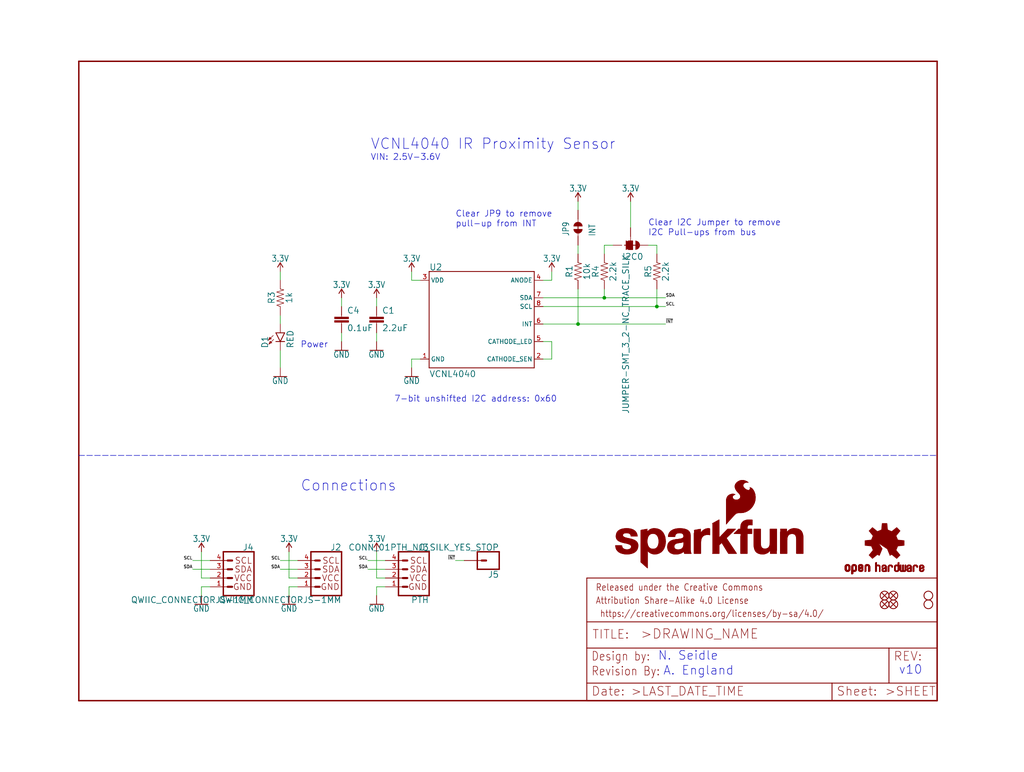
<source format=kicad_sch>
(kicad_sch (version 20211123) (generator eeschema)
  (paper "User" 297.002 223.926)
  (lib_symbols
    (symbol "eagleSchem-eagle-import:0.1UF-0603-25V-(+80{slash}-20%)"
      (property "Reference" "C" (at 1.524 2.921 0))
      (property "Value" "0.1UF-0603-25V-(+80{slash}-20%)" (at 1.524 -2.159 0))
      (symbol "0.1UF-0603-25V-(+80{slash}-20%)_1_0"
        (pin passive line (at 0 5.08 270) (length 2.54) (name "1") (number "1"))
        (pin passive line (at 0 -2.54 90) (length 2.54) (name "2") (number "2"))
      )
    )
    (symbol "eagleSchem-eagle-import:10KOHM-0603-1{slash}10W-1%"
      (property "Reference" "R" (at 0 1.524 0))
      (property "Value" "10KOHM-0603-1{slash}10W-1%" (at 0 -1.524 0))
      (symbol "10KOHM-0603-1{slash}10W-1%_1_0"
        (pin passive line (at -5.08 0 0) (length 2.54) (name "1") (number "1"))
        (pin passive line (at 5.08 0 180) (length 2.54) (name "2") (number "2"))
      )
    )
    (symbol "eagleSchem-eagle-import:1KOHM-0603-1{slash}10W-1%"
      (property "Reference" "R" (at 0 1.524 0))
      (property "Value" "1KOHM-0603-1{slash}10W-1%" (at 0 -1.524 0))
      (symbol "1KOHM-0603-1{slash}10W-1%_1_0"
        (pin passive line (at -5.08 0 0) (length 2.54) (name "1") (number "1"))
        (pin passive line (at 5.08 0 180) (length 2.54) (name "2") (number "2"))
      )
    )
    (symbol "eagleSchem-eagle-import:2.2KOHM-0603-1{slash}10W-1%"
      (property "Reference" "R" (at 0 1.524 0))
      (property "Value" "2.2KOHM-0603-1{slash}10W-1%" (at 0 -1.524 0))
      (symbol "2.2KOHM-0603-1{slash}10W-1%_1_0"
        (pin passive line (at -5.08 0 0) (length 2.54) (name "1") (number "1"))
        (pin passive line (at 5.08 0 180) (length 2.54) (name "2") (number "2"))
      )
    )
    (symbol "eagleSchem-eagle-import:2.2UF-0603-10V-20%"
      (property "Reference" "C" (at 1.524 2.921 0))
      (property "Value" "2.2UF-0603-10V-20%" (at 1.524 -2.159 0))
      (symbol "2.2UF-0603-10V-20%_1_0"
        (pin passive line (at 0 5.08 270) (length 2.54) (name "1") (number "1"))
        (pin passive line (at 0 -2.54 90) (length 2.54) (name "2") (number "2"))
      )
    )
    (symbol "eagleSchem-eagle-import:3.3V" (power)
      (property "Value" "3.3V" (at 0 2.794 0))
      (symbol "3.3V_1_0"
        (pin power_in line (at 0 0 90) (length 2.54) (name "3.3V") (number "1"))
      )
    )
    (symbol "eagleSchem-eagle-import:CONN_01PTH_NO_SILK_YES_STOP"
      (property "Reference" "J" (at -2.54 3.048 0))
      (property "Value" "CONN_01PTH_NO_SILK_YES_STOP" (at -2.54 -4.826 0))
      (symbol "CONN_01PTH_NO_SILK_YES_STOP_1_0"
        (pin passive line (at 7.62 0 180) (length 5.08) (name "1") (number "1"))
      )
    )
    (symbol "eagleSchem-eagle-import:FIDUCIALUFIDUCIAL")
    (symbol "eagleSchem-eagle-import:FRAME-LETTER"
      (symbol "FRAME-LETTER_2_0"
        (text " https://creativecommons.org/licenses/by-sa/4.0/" (at 2.54 24.13 0) (effects (font (size 1.9304 1.6408)) (justify left bottom)))
        (text ">DRAWING_NAME" (at 15.494 17.78 0) (effects (font (size 2.7432 2.7432)) (justify left bottom)))
        (text ">LAST_DATE_TIME" (at 12.7 1.27 0) (effects (font (size 2.54 2.54)) (justify left bottom)))
        (text ">SHEET" (at 86.36 1.27 0) (effects (font (size 2.54 2.54)) (justify left bottom)))
        (text "Attribution Share-Alike 4.0 License" (at 2.54 27.94 0) (effects (font (size 1.9304 1.6408)) (justify left bottom)))
        (text "Date:" (at 1.27 1.27 0) (effects (font (size 2.54 2.54)) (justify left bottom)))
        (text "Design by:" (at 1.27 11.43 0) (effects (font (size 2.54 2.159)) (justify left bottom)))
        (text "Released under the Creative Commons" (at 2.54 31.75 0) (effects (font (size 1.9304 1.6408)) (justify left bottom)))
        (text "REV:" (at 88.9 11.43 0) (effects (font (size 2.54 2.54)) (justify left bottom)))
        (text "Sheet:" (at 72.39 1.27 0) (effects (font (size 2.54 2.54)) (justify left bottom)))
        (text "TITLE:" (at 1.524 17.78 0) (effects (font (size 2.54 2.54)) (justify left bottom)))
      )
    )
    (symbol "eagleSchem-eagle-import:GND" (power)
      (property "Value" "GND" (at 0 -0.254 0))
      (symbol "GND_1_0"
        (pin power_in line (at 0 2.54 270) (length 2.54) (name "GND") (number "1"))
      )
    )
    (symbol "eagleSchem-eagle-import:I2C_STANDARD_NO_SILK"
      (property "Reference" "J" (at -5.08 7.874 0))
      (property "Value" "I2C_STANDARD_NO_SILK" (at -5.08 -5.334 0))
      (symbol "I2C_STANDARD_NO_SILK_1_0"
        (text "GND" (at -4.572 -2.54 0) (effects (font (size 1.778 1.778)) (justify left)))
        (text "SCL" (at -4.572 5.08 0) (effects (font (size 1.778 1.778)) (justify left)))
        (text "SDA" (at -4.572 2.54 0) (effects (font (size 1.778 1.778)) (justify left)))
        (text "VCC" (at -4.572 0 0) (effects (font (size 1.778 1.778)) (justify left)))
        (pin power_in line (at 7.62 -2.54 180) (length 5.08) (name "GND") (number "1"))
        (pin power_in line (at 7.62 0 180) (length 5.08) (name "VCC") (number "2"))
        (pin passive line (at 7.62 2.54 180) (length 5.08) (name "SDA") (number "3"))
        (pin passive line (at 7.62 5.08 180) (length 5.08) (name "SCL") (number "4"))
      )
    )
    (symbol "eagleSchem-eagle-import:JUMPER-PAD-2-NC_BY_TRACE"
      (property "Reference" "JP" (at -2.54 2.54 0))
      (property "Value" "JUMPER-PAD-2-NC_BY_TRACE" (at -2.54 -5.08 0))
      (symbol "JUMPER-PAD-2-NC_BY_TRACE_1_0"
        (pin passive line (at -5.08 0 0) (length 2.54) (name "1") (number "1"))
        (pin passive line (at 5.08 0 180) (length 2.54) (name "2") (number "2"))
      )
    )
    (symbol "eagleSchem-eagle-import:JUMPER-SMT_3_2-NC_TRACE_SILK"
      (property "Reference" "JP" (at 2.54 0.381 0))
      (property "Value" "JUMPER-SMT_3_2-NC_TRACE_SILK" (at 2.54 -0.381 0))
      (symbol "JUMPER-SMT_3_2-NC_TRACE_SILK_1_0"
        (pin passive line (at 0 5.08 270) (length 2.54) (name "1") (number "1"))
        (pin passive line (at -5.08 0 0) (length 2.54) (name "2") (number "2"))
        (pin passive line (at 0 -5.08 90) (length 2.54) (name "3") (number "3"))
      )
    )
    (symbol "eagleSchem-eagle-import:LED-RED0603"
      (property "Reference" "D" (at -3.429 -4.572 90))
      (property "Value" "LED-RED0603" (at 1.905 -4.572 90))
      (symbol "LED-RED0603_1_0"
        (pin passive line (at 0 2.54 270) (length 2.54) (name "A") (number "A"))
        (pin passive line (at 0 -5.08 90) (length 2.54) (name "C") (number "C"))
      )
    )
    (symbol "eagleSchem-eagle-import:OSHW-LOGOMINI")
    (symbol "eagleSchem-eagle-import:QWIIC_CONNECTORJS-1MM"
      (property "Reference" "J" (at -5.08 7.874 0))
      (property "Value" "QWIIC_CONNECTORJS-1MM" (at -5.08 -5.334 0))
      (symbol "QWIIC_CONNECTORJS-1MM_1_0"
        (text "GND" (at -4.572 -2.54 0) (effects (font (size 1.778 1.778)) (justify left)))
        (text "SCL" (at -4.572 5.08 0) (effects (font (size 1.778 1.778)) (justify left)))
        (text "SDA" (at -4.572 2.54 0) (effects (font (size 1.778 1.778)) (justify left)))
        (text "VCC" (at -4.572 0 0) (effects (font (size 1.778 1.778)) (justify left)))
        (pin power_in line (at 7.62 -2.54 180) (length 5.08) (name "1") (number "1"))
        (pin power_in line (at 7.62 0 180) (length 5.08) (name "2") (number "2"))
        (pin passive line (at 7.62 2.54 180) (length 5.08) (name "3") (number "3"))
        (pin passive line (at 7.62 5.08 180) (length 5.08) (name "4") (number "4"))
      )
    )
    (symbol "eagleSchem-eagle-import:REVISION"
      (symbol "REVISION_1_0"
        (text "Revision By: " (at 0 0 0) (effects (font (size 2.54 2.159)) (justify left bottom)))
      )
    )
    (symbol "eagleSchem-eagle-import:SFE_LOGO_NAME_FLAME.1_INCH")
    (symbol "eagleSchem-eagle-import:STAND-OFF")
    (symbol "eagleSchem-eagle-import:VCNL4040"
      (property "Reference" "U" (at -15.24 12.954 0))
      (property "Value" "VCNL4040" (at -15.24 -18.034 0))
      (symbol "VCNL4040_1_0"
        (pin bidirectional line (at -17.78 -12.7 0) (length 2.54) (name "GND") (number "1"))
        (pin bidirectional line (at 17.78 -12.7 180) (length 2.54) (name "CATHODE_SEN") (number "2"))
        (pin bidirectional line (at -17.78 10.16 0) (length 2.54) (name "VDD") (number "3"))
        (pin bidirectional line (at 17.78 10.16 180) (length 2.54) (name "ANODE") (number "4"))
        (pin bidirectional line (at 17.78 -7.62 180) (length 2.54) (name "CATHODE_LED") (number "5"))
        (pin bidirectional line (at 17.78 -2.54 180) (length 2.54) (name "INT") (number "6"))
        (pin bidirectional line (at 17.78 5.08 180) (length 2.54) (name "SDA") (number "7"))
        (pin bidirectional line (at 17.78 2.54 180) (length 2.54) (name "SCL") (number "8"))
      )
    )
  )
  (junction (at 167.64 93.98))
  (junction (at 175.26 86.36))
  (junction (at 190.5 88.9))
  (wire (pts (xy 167.64 83.82) (xy 167.64 93.98)))
  (wire (pts (xy 111.76 165.1) (xy 106.68 165.1)))
  (wire (pts (xy 86.36 170.18) (xy 83.82 170.18)))
  (wire (pts (xy 167.64 93.98) (xy 193.04 93.98)))
  (wire (pts (xy 111.76 167.64) (xy 109.22 167.64)))
  (wire (pts (xy 99.06 88.9) (xy 99.06 86.36)))
  (wire (pts (xy 58.42 167.64) (xy 58.42 160.02)))
  (wire (pts (xy 121.92 81.28) (xy 119.38 81.28)))
  (wire (pts (xy 160.02 78.74) (xy 160.02 81.28)))
  (wire (pts (xy 160.02 99.06) (xy 160.02 104.14)))
  (wire (pts (xy 190.5 71.12) (xy 187.96 71.12)))
  (wire (pts (xy 99.06 99.06) (xy 99.06 96.52)))
  (wire (pts (xy 58.42 170.18) (xy 58.42 172.72)))
  (wire (pts (xy 60.96 167.64) (xy 58.42 167.64)))
  (wire (pts (xy 109.22 96.52) (xy 109.22 99.06)))
  (wire (pts (xy 86.36 162.56) (xy 81.28 162.56)))
  (wire (pts (xy 157.48 99.06) (xy 160.02 99.06)))
  (wire (pts (xy 157.48 93.98) (xy 167.64 93.98)))
  (wire (pts (xy 83.82 167.64) (xy 83.82 160.02)))
  (wire (pts (xy 190.5 73.66) (xy 190.5 71.12)))
  (wire (pts (xy 119.38 78.74) (xy 119.38 81.28)))
  (wire (pts (xy 81.28 106.68) (xy 81.28 101.6)))
  (wire (pts (xy 119.38 104.14) (xy 119.38 106.68)))
  (wire (pts (xy 175.26 86.36) (xy 175.26 83.82)))
  (wire (pts (xy 109.22 88.9) (xy 109.22 86.36)))
  (wire (pts (xy 121.92 104.14) (xy 119.38 104.14)))
  (wire (pts (xy 167.64 71.12) (xy 167.64 73.66)))
  (wire (pts (xy 160.02 104.14) (xy 157.48 104.14)))
  (wire (pts (xy 111.76 162.56) (xy 106.68 162.56)))
  (wire (pts (xy 175.26 86.36) (xy 193.04 86.36)))
  (wire (pts (xy 157.48 86.36) (xy 175.26 86.36)))
  (wire (pts (xy 111.76 170.18) (xy 109.22 170.18)))
  (wire (pts (xy 81.28 81.28) (xy 81.28 78.74)))
  (wire (pts (xy 86.36 167.64) (xy 83.82 167.64)))
  (wire (pts (xy 109.22 170.18) (xy 109.22 172.72)))
  (wire (pts (xy 190.5 88.9) (xy 193.04 88.9)))
  (wire (pts (xy 175.26 73.66) (xy 175.26 71.12)))
  (wire (pts (xy 167.64 60.96) (xy 167.64 58.42)))
  (wire (pts (xy 182.88 58.42) (xy 182.88 66.04)))
  (wire (pts (xy 160.02 81.28) (xy 157.48 81.28)))
  (wire (pts (xy 60.96 162.56) (xy 55.88 162.56)))
  (wire (pts (xy 134.62 162.56) (xy 132.08 162.56)))
  (wire (pts (xy 60.96 165.1) (xy 55.88 165.1)))
  (wire (pts (xy 190.5 88.9) (xy 190.5 83.82)))
  (wire (pts (xy 83.82 170.18) (xy 83.82 172.72)))
  (wire (pts (xy 109.22 167.64) (xy 109.22 160.02)))
  (wire (pts (xy 157.48 88.9) (xy 190.5 88.9)))
  (wire (pts (xy 86.36 165.1) (xy 81.28 165.1)))
  (wire (pts (xy 60.96 170.18) (xy 58.42 170.18)))
  (polyline (pts (xy 22.86 132.08) (xy 271.78 132.08)))
  (wire (pts (xy 175.26 71.12) (xy 177.8 71.12)))
  (wire (pts (xy 81.28 93.98) (xy 81.28 91.44)))
  (text "Power" (at 87.122 101.092 180) (effects (font (size 1.778 1.778)) (justify left bottom)))
  (text "VCNL4040 IR Proximity Sensor" (at 107.442 43.688 180) (effects (font (size 3.048 3.048)) (justify left bottom)))
  (text "v10" (at 260.604 195.834 180) (effects (font (size 2.54 2.54)) (justify left bottom)))
  (text "7-bit unshifted I2C address: 0x60" (at 114.3 116.84 180) (effects (font (size 1.778 1.778)) (justify left bottom)))
  (text "A. England" (at 192.278 196.088 180) (effects (font (size 2.54 2.54)) (justify left bottom)))
  (text "VIN: 2.5V-3.6V" (at 107.442 46.736 180) (effects (font (size 1.778 1.778)) (justify left bottom)))
  (text "Clear JP9 to remove\npull-up from INT" (at 132.08 66.04 180) (effects (font (size 1.778 1.778)) (justify left bottom)))
  (text "Clear I2C Jumper to remove\nI2C Pull-ups from bus" (at 187.96 68.58 180) (effects (font (size 1.778 1.778)) (justify left bottom)))
  (text "N. Seidle" (at 190.754 191.77 180) (effects (font (size 2.54 2.54)) (justify left bottom)))
  (text "Connections" (at 87.122 142.748 180) (effects (font (size 3.048 3.048)) (justify left bottom)))
  (label "SDA" (at 81.28 165.1 180) (effects (font (size 0.889 0.889))))
  (label "SDA" (at 55.88 165.1 180) (effects (font (size 0.889 0.889))))
  (label "SCL" (at 55.88 162.56 180) (effects (font (size 0.889 0.889))))
  (label "SDA" (at 193.04 86.36 0) (effects (font (size 0.889 0.889))))
  (label "SDA" (at 106.68 165.1 180) (effects (font (size 0.889 0.889))))
  (label "SCL" (at 81.28 162.56 180) (effects (font (size 0.889 0.889))))
  (label "SCL" (at 193.04 88.9 0) (effects (font (size 0.889 0.889))))
  (label "~{INT}" (at 132.08 162.56 180) (effects (font (size 0.889 0.889))))
  (label "~{INT}" (at 193.04 93.98 0) (effects (font (size 0.889 0.889))))
  (label "SCL" (at 106.68 162.56 180) (effects (font (size 0.889 0.889))))
  (symbol (lib_id "eagleSchem-eagle-import:GND") (at 81.28 109.22 0) (unit 1)
    (property "Reference" "#GND3" (effects hide))
    (property "Value" "GND" (at 81.28 109.474 0) (effects (font (size 1.778 1.5113)) (justify top)))
    (property "Footprint" "eagleSchem:" (effects hide))
  )
  (symbol (lib_id "eagleSchem-eagle-import:2.2UF-0603-10V-20%") (at 109.22 93.98 0) (unit 1)
    (property "Reference" "C1" (at 110.744 91.059 0) (effects (font (size 1.778 1.778)) (justify left bottom)))
    (property "Value" "2.2uF" (at 110.744 96.139 0) (effects (font (size 1.778 1.778)) (justify left bottom)))
    (property "Footprint" "eagleSchem:0603" (effects hide))
  )
  (symbol (lib_id "eagleSchem-eagle-import:JUMPER-SMT_3_2-NC_TRACE_SILK") (at 182.88 71.12 270) (unit 1)
    (property "Reference" "I2C0" (at 180.34 75.438 90) (effects (font (size 1.778 1.778)) (justify left bottom)))
    (property "Value" "JUMPER-SMT_3_2-NC_TRACE_SILK" (at 182.499 73.66 0) (effects (font (size 1.778 1.778)) (justify left top)))
    (property "Footprint" "eagleSchem:SMT-JUMPER_3_2-NC_TRACE_SILK" (effects hide))
  )
  (symbol (lib_id "eagleSchem-eagle-import:GND") (at 58.42 175.26 0) (unit 1)
    (property "Reference" "#GND8" (effects hide))
    (property "Value" "GND" (at 58.42 175.514 0) (effects (font (size 1.778 1.5113)) (justify top)))
    (property "Footprint" "eagleSchem:" (effects hide))
  )
  (symbol (lib_id "eagleSchem-eagle-import:FIDUCIALUFIDUCIAL") (at 256.54 175.26 0) (unit 1)
    (property "Reference" "JP5" (effects hide))
    (property "Value" "FIDUCIALUFIDUCIAL" (effects hide))
    (property "Footprint" "eagleSchem:MICRO-FIDUCIAL" (effects hide))
  )
  (symbol (lib_id "eagleSchem-eagle-import:3.3V") (at 167.64 58.42 0) (unit 1)
    (property "Reference" "#SUPPLY2" (effects hide))
    (property "Value" "3.3V" (at 167.64 55.626 0) (effects (font (size 1.778 1.5113)) (justify bottom)))
    (property "Footprint" "eagleSchem:" (effects hide))
  )
  (symbol (lib_id "eagleSchem-eagle-import:FIDUCIALUFIDUCIAL") (at 259.08 172.72 0) (unit 1)
    (property "Reference" "JP6" (effects hide))
    (property "Value" "FIDUCIALUFIDUCIAL" (effects hide))
    (property "Footprint" "eagleSchem:MICRO-FIDUCIAL" (effects hide))
  )
  (symbol (lib_id "eagleSchem-eagle-import:3.3V") (at 81.28 78.74 0) (unit 1)
    (property "Reference" "#SUPPLY10" (effects hide))
    (property "Value" "3.3V" (at 81.28 75.946 0) (effects (font (size 1.778 1.5113)) (justify bottom)))
    (property "Footprint" "eagleSchem:" (effects hide))
  )
  (symbol (lib_id "eagleSchem-eagle-import:STAND-OFF") (at 269.24 172.72 0) (unit 1)
    (property "Reference" "JP3" (effects hide))
    (property "Value" "STAND-OFF" (effects hide))
    (property "Footprint" "eagleSchem:STAND-OFF" (effects hide))
  )
  (symbol (lib_id "eagleSchem-eagle-import:3.3V") (at 109.22 160.02 0) (unit 1)
    (property "Reference" "#SUPPLY7" (effects hide))
    (property "Value" "3.3V" (at 109.22 157.226 0) (effects (font (size 1.778 1.5113)) (justify bottom)))
    (property "Footprint" "eagleSchem:" (effects hide))
  )
  (symbol (lib_id "eagleSchem-eagle-import:REVISION") (at 171.45 196.088 0) (unit 1)
    (property "Reference" "LOGO2" (effects hide))
    (property "Value" "REVISION" (effects hide))
    (property "Footprint" "eagleSchem:REVISION" (effects hide))
  )
  (symbol (lib_id "eagleSchem-eagle-import:JUMPER-PAD-2-NC_BY_TRACE") (at 167.64 66.04 90) (unit 1)
    (property "Reference" "JP9" (at 165.1 68.58 0) (effects (font (size 1.778 1.5113)) (justify left bottom)))
    (property "Value" "INT" (at 172.72 68.58 0) (effects (font (size 1.778 1.5113)) (justify left bottom)))
    (property "Footprint" "eagleSchem:PAD-JUMPER-2-NC_BY_TRACE_YES_SILK" (effects hide))
  )
  (symbol (lib_id "eagleSchem-eagle-import:GND") (at 119.38 109.22 0) (unit 1)
    (property "Reference" "#GND2" (effects hide))
    (property "Value" "GND" (at 119.38 109.474 0) (effects (font (size 1.778 1.5113)) (justify top)))
    (property "Footprint" "eagleSchem:" (effects hide))
  )
  (symbol (lib_id "eagleSchem-eagle-import:10KOHM-0603-1{slash}10W-1%") (at 167.64 78.74 90) (unit 1)
    (property "Reference" "R1" (at 166.116 78.74 0) (effects (font (size 1.778 1.778)) (justify bottom)))
    (property "Value" "10k" (at 169.164 78.74 0) (effects (font (size 1.778 1.778)) (justify top)))
    (property "Footprint" "eagleSchem:0603" (effects hide))
  )
  (symbol (lib_id "eagleSchem-eagle-import:FRAME-LETTER") (at 170.18 203.2 0) (unit 2)
    (property "Reference" "FRAME1" (effects hide))
    (property "Value" "FRAME-LETTER" (effects hide))
    (property "Footprint" "eagleSchem:CREATIVE_COMMONS" (effects hide))
  )
  (symbol (lib_id "eagleSchem-eagle-import:SFE_LOGO_NAME_FLAME.1_INCH") (at 177.8 165.1 0) (unit 1)
    (property "Reference" "U$2" (effects hide))
    (property "Value" "SFE_LOGO_NAME_FLAME.1_INCH" (effects hide))
    (property "Footprint" "eagleSchem:SFE_LOGO_NAME_FLAME_.1" (effects hide))
  )
  (symbol (lib_id "eagleSchem-eagle-import:QWIIC_CONNECTORJS-1MM") (at 93.98 167.64 0) (mirror y) (unit 1)
    (property "Reference" "J2" (at 99.06 159.766 0) (effects (font (size 1.778 1.778)) (justify left bottom)))
    (property "Value" "QWIIC_CONNECTORJS-1MM" (at 99.06 172.974 0) (effects (font (size 1.778 1.778)) (justify left top)))
    (property "Footprint" "eagleSchem:1X04_1MM_RA" (effects hide))
  )
  (symbol (lib_id "eagleSchem-eagle-import:3.3V") (at 83.82 160.02 0) (unit 1)
    (property "Reference" "#SUPPLY4" (effects hide))
    (property "Value" "3.3V" (at 83.82 157.226 0) (effects (font (size 1.778 1.5113)) (justify bottom)))
    (property "Footprint" "eagleSchem:" (effects hide))
  )
  (symbol (lib_id "eagleSchem-eagle-import:3.3V") (at 119.38 78.74 0) (unit 1)
    (property "Reference" "#SUPPLY5" (effects hide))
    (property "Value" "3.3V" (at 119.38 75.946 0) (effects (font (size 1.778 1.5113)) (justify bottom)))
    (property "Footprint" "eagleSchem:" (effects hide))
  )
  (symbol (lib_id "eagleSchem-eagle-import:GND") (at 109.22 101.6 0) (unit 1)
    (property "Reference" "#GND4" (effects hide))
    (property "Value" "GND" (at 109.22 101.854 0) (effects (font (size 1.778 1.5113)) (justify top)))
    (property "Footprint" "eagleSchem:" (effects hide))
  )
  (symbol (lib_id "eagleSchem-eagle-import:3.3V") (at 99.06 86.36 0) (unit 1)
    (property "Reference" "#SUPPLY9" (effects hide))
    (property "Value" "3.3V" (at 99.06 83.566 0) (effects (font (size 1.778 1.5113)) (justify bottom)))
    (property "Footprint" "eagleSchem:" (effects hide))
  )
  (symbol (lib_id "eagleSchem-eagle-import:VCNL4040") (at 139.7 91.44 0) (unit 1)
    (property "Reference" "U2" (at 124.46 78.486 0) (effects (font (size 1.778 1.778)) (justify left bottom)))
    (property "Value" "VCNL4040" (at 124.46 109.474 0) (effects (font (size 1.778 1.778)) (justify left bottom)))
    (property "Footprint" "eagleSchem:SPARKX_VCNL4040" (effects hide))
  )
  (symbol (lib_id "eagleSchem-eagle-import:FIDUCIALUFIDUCIAL") (at 256.54 172.72 0) (unit 1)
    (property "Reference" "JP2" (effects hide))
    (property "Value" "FIDUCIALUFIDUCIAL" (effects hide))
    (property "Footprint" "eagleSchem:MICRO-FIDUCIAL" (effects hide))
  )
  (symbol (lib_id "eagleSchem-eagle-import:FRAME-LETTER") (at 22.86 203.2 0) (unit 1)
    (property "Reference" "FRAME1" (effects hide))
    (property "Value" "FRAME-LETTER" (effects hide))
    (property "Footprint" "eagleSchem:CREATIVE_COMMONS" (effects hide))
  )
  (symbol (lib_id "eagleSchem-eagle-import:LED-RED0603") (at 81.28 96.52 0) (unit 1)
    (property "Reference" "D1" (at 77.851 101.092 90) (effects (font (size 1.778 1.778)) (justify left bottom)))
    (property "Value" "RED" (at 83.185 101.092 90) (effects (font (size 1.778 1.778)) (justify left top)))
    (property "Footprint" "eagleSchem:LED-0603" (effects hide))
  )
  (symbol (lib_id "eagleSchem-eagle-import:GND") (at 109.22 175.26 0) (unit 1)
    (property "Reference" "#GND7" (effects hide))
    (property "Value" "GND" (at 109.22 175.514 0) (effects (font (size 1.778 1.5113)) (justify top)))
    (property "Footprint" "eagleSchem:" (effects hide))
  )
  (symbol (lib_id "eagleSchem-eagle-import:GND") (at 83.82 175.26 0) (unit 1)
    (property "Reference" "#GND6" (effects hide))
    (property "Value" "GND" (at 83.82 175.514 0) (effects (font (size 1.778 1.5113)) (justify top)))
    (property "Footprint" "eagleSchem:" (effects hide))
  )
  (symbol (lib_id "eagleSchem-eagle-import:0.1UF-0603-25V-(+80{slash}-20%)") (at 99.06 93.98 0) (unit 1)
    (property "Reference" "C4" (at 100.584 91.059 0) (effects (font (size 1.778 1.778)) (justify left bottom)))
    (property "Value" "0.1uF" (at 100.584 96.139 0) (effects (font (size 1.778 1.778)) (justify left bottom)))
    (property "Footprint" "eagleSchem:0603" (effects hide))
  )
  (symbol (lib_id "eagleSchem-eagle-import:I2C_STANDARD_NO_SILK") (at 119.38 167.64 0) (mirror y) (unit 1)
    (property "Reference" "J3" (at 124.46 159.766 0) (effects (font (size 1.778 1.778)) (justify left bottom)))
    (property "Value" "PTH" (at 124.46 172.974 0) (effects (font (size 1.778 1.778)) (justify left top)))
    (property "Footprint" "eagleSchem:1X04_NO_SILK" (effects hide))
  )
  (symbol (lib_id "eagleSchem-eagle-import:FIDUCIALUFIDUCIAL") (at 259.08 175.26 0) (unit 1)
    (property "Reference" "JP1" (effects hide))
    (property "Value" "FIDUCIALUFIDUCIAL" (effects hide))
    (property "Footprint" "eagleSchem:MICRO-FIDUCIAL" (effects hide))
  )
  (symbol (lib_id "eagleSchem-eagle-import:3.3V") (at 182.88 58.42 0) (unit 1)
    (property "Reference" "#SUPPLY1" (effects hide))
    (property "Value" "3.3V" (at 182.88 55.626 0) (effects (font (size 1.778 1.5113)) (justify bottom)))
    (property "Footprint" "eagleSchem:" (effects hide))
  )
  (symbol (lib_id "eagleSchem-eagle-import:3.3V") (at 160.02 78.74 0) (unit 1)
    (property "Reference" "#SUPPLY3" (effects hide))
    (property "Value" "3.3V" (at 160.02 75.946 0) (effects (font (size 1.778 1.5113)) (justify bottom)))
    (property "Footprint" "eagleSchem:" (effects hide))
  )
  (symbol (lib_id "eagleSchem-eagle-import:QWIIC_CONNECTORJS-1MM") (at 68.58 167.64 0) (mirror y) (unit 1)
    (property "Reference" "J4" (at 73.66 159.766 0) (effects (font (size 1.778 1.778)) (justify left bottom)))
    (property "Value" "QWIIC_CONNECTORJS-1MM" (at 73.66 172.974 0) (effects (font (size 1.778 1.778)) (justify left top)))
    (property "Footprint" "eagleSchem:1X04_1MM_RA" (effects hide))
  )
  (symbol (lib_id "eagleSchem-eagle-import:SFE_LOGO_NAME_FLAME.1_INCH") (at 177.8 165.1 0) (unit 1)
    (property "Reference" "U$1" (effects hide))
    (property "Value" "SFE_LOGO_NAME_FLAME.1_INCH" (effects hide))
    (property "Footprint" "eagleSchem:SFE_LOGO_NAME_FLAME_.1" (effects hide))
  )
  (symbol (lib_id "eagleSchem-eagle-import:GND") (at 99.06 101.6 0) (unit 1)
    (property "Reference" "#GND1" (effects hide))
    (property "Value" "GND" (at 99.06 101.854 0) (effects (font (size 1.778 1.5113)) (justify top)))
    (property "Footprint" "eagleSchem:" (effects hide))
  )
  (symbol (lib_id "eagleSchem-eagle-import:STAND-OFF") (at 269.24 175.26 0) (unit 1)
    (property "Reference" "JP4" (effects hide))
    (property "Value" "STAND-OFF" (effects hide))
    (property "Footprint" "eagleSchem:STAND-OFF" (effects hide))
  )
  (symbol (lib_id "eagleSchem-eagle-import:1KOHM-0603-1{slash}10W-1%") (at 81.28 86.36 90) (unit 1)
    (property "Reference" "R3" (at 79.756 86.36 0) (effects (font (size 1.778 1.778)) (justify bottom)))
    (property "Value" "1k" (at 82.804 86.36 0) (effects (font (size 1.778 1.778)) (justify top)))
    (property "Footprint" "eagleSchem:0603" (effects hide))
  )
  (symbol (lib_id "eagleSchem-eagle-import:2.2KOHM-0603-1{slash}10W-1%") (at 190.5 78.74 90) (unit 1)
    (property "Reference" "R5" (at 188.976 78.74 0) (effects (font (size 1.778 1.778)) (justify bottom)))
    (property "Value" "2.2k" (at 192.024 78.74 0) (effects (font (size 1.778 1.778)) (justify top)))
    (property "Footprint" "eagleSchem:0603" (effects hide))
  )
  (symbol (lib_id "eagleSchem-eagle-import:OSHW-LOGOMINI") (at 256.54 157.48 0) (unit 1)
    (property "Reference" "LOGO1" (effects hide))
    (property "Value" "OSHW-LOGOMINI" (effects hide))
    (property "Footprint" "eagleSchem:OSHW-LOGO-MINI" (effects hide))
  )
  (symbol (lib_id "eagleSchem-eagle-import:3.3V") (at 109.22 86.36 0) (unit 1)
    (property "Reference" "#SUPPLY6" (effects hide))
    (property "Value" "3.3V" (at 109.22 83.566 0) (effects (font (size 1.778 1.5113)) (justify bottom)))
    (property "Footprint" "eagleSchem:" (effects hide))
  )
  (symbol (lib_id "eagleSchem-eagle-import:3.3V") (at 58.42 160.02 0) (unit 1)
    (property "Reference" "#SUPPLY8" (effects hide))
    (property "Value" "3.3V" (at 58.42 157.226 0) (effects (font (size 1.778 1.5113)) (justify bottom)))
    (property "Footprint" "eagleSchem:" (effects hide))
  )
  (symbol (lib_id "eagleSchem-eagle-import:CONN_01PTH_NO_SILK_YES_STOP") (at 142.24 162.56 180) (unit 1)
    (property "Reference" "J5" (at 144.78 165.608 0) (effects (font (size 1.778 1.778)) (justify left bottom)))
    (property "Value" "CONN_01PTH_NO_SILK_YES_STOP" (at 144.78 157.734 0) (effects (font (size 1.778 1.778)) (justify left bottom)))
    (property "Footprint" "eagleSchem:1X01_NO_SILK" (effects hide))
  )
  (symbol (lib_id "eagleSchem-eagle-import:2.2KOHM-0603-1{slash}10W-1%") (at 175.26 78.74 90) (unit 1)
    (property "Reference" "R4" (at 173.736 78.74 0) (effects (font (size 1.778 1.778)) (justify bottom)))
    (property "Value" "2.2k" (at 176.784 78.74 0) (effects (font (size 1.778 1.778)) (justify top)))
    (property "Footprint" "eagleSchem:0603" (effects hide))
  )
)
</source>
